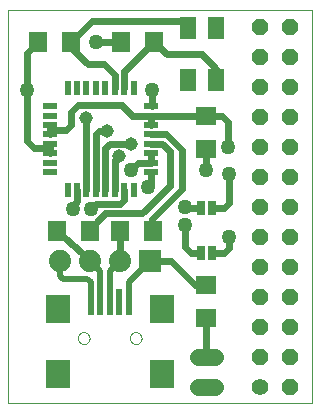
<source format=gtl>
G75*
G70*
%OFA0B0*%
%FSLAX24Y24*%
%IPPOS*%
%LPD*%
%AMOC8*
5,1,8,0,0,1.08239X$1,22.5*
%
%ADD10C,0.0000*%
%ADD11R,0.0500X0.0220*%
%ADD12R,0.0220X0.0500*%
%ADD13R,0.0551X0.0748*%
%ADD14R,0.0709X0.0630*%
%ADD15R,0.0630X0.0709*%
%ADD16R,0.0630X0.0710*%
%ADD17C,0.0560*%
%ADD18OC8,0.0560*%
%ADD19C,0.0560*%
%ADD20R,0.0250X0.0500*%
%ADD21R,0.0740X0.0740*%
%ADD22C,0.0740*%
%ADD23R,0.0787X0.0945*%
%ADD24R,0.0197X0.0909*%
%ADD25C,0.0220*%
%ADD26C,0.0500*%
%ADD27C,0.0240*%
%ADD28C,0.0200*%
%ADD29C,0.0160*%
%ADD30C,0.0100*%
%ADD31C,0.0450*%
D10*
X000180Y000180D02*
X000180Y013300D01*
X010322Y013300D01*
X010322Y000180D01*
X000180Y000180D01*
X002517Y002349D02*
X002519Y002376D01*
X002525Y002403D01*
X002534Y002429D01*
X002547Y002453D01*
X002563Y002476D01*
X002582Y002495D01*
X002604Y002512D01*
X002628Y002526D01*
X002653Y002536D01*
X002680Y002543D01*
X002707Y002546D01*
X002735Y002545D01*
X002762Y002540D01*
X002788Y002532D01*
X002812Y002520D01*
X002835Y002504D01*
X002856Y002486D01*
X002873Y002465D01*
X002888Y002441D01*
X002899Y002416D01*
X002907Y002390D01*
X002911Y002363D01*
X002911Y002335D01*
X002907Y002308D01*
X002899Y002282D01*
X002888Y002257D01*
X002873Y002233D01*
X002856Y002212D01*
X002835Y002194D01*
X002813Y002178D01*
X002788Y002166D01*
X002762Y002158D01*
X002735Y002153D01*
X002707Y002152D01*
X002680Y002155D01*
X002653Y002162D01*
X002628Y002172D01*
X002604Y002186D01*
X002582Y002203D01*
X002563Y002222D01*
X002547Y002245D01*
X002534Y002269D01*
X002525Y002295D01*
X002519Y002322D01*
X002517Y002349D01*
X004249Y002349D02*
X004251Y002376D01*
X004257Y002403D01*
X004266Y002429D01*
X004279Y002453D01*
X004295Y002476D01*
X004314Y002495D01*
X004336Y002512D01*
X004360Y002526D01*
X004385Y002536D01*
X004412Y002543D01*
X004439Y002546D01*
X004467Y002545D01*
X004494Y002540D01*
X004520Y002532D01*
X004544Y002520D01*
X004567Y002504D01*
X004588Y002486D01*
X004605Y002465D01*
X004620Y002441D01*
X004631Y002416D01*
X004639Y002390D01*
X004643Y002363D01*
X004643Y002335D01*
X004639Y002308D01*
X004631Y002282D01*
X004620Y002257D01*
X004605Y002233D01*
X004588Y002212D01*
X004567Y002194D01*
X004545Y002178D01*
X004520Y002166D01*
X004494Y002158D01*
X004467Y002153D01*
X004439Y002152D01*
X004412Y002155D01*
X004385Y002162D01*
X004360Y002172D01*
X004336Y002186D01*
X004314Y002203D01*
X004295Y002222D01*
X004279Y002245D01*
X004266Y002269D01*
X004257Y002295D01*
X004251Y002322D01*
X004249Y002349D01*
D11*
X004970Y007878D03*
X004970Y008193D03*
X004970Y008508D03*
X004970Y008823D03*
X004970Y009137D03*
X004970Y009452D03*
X004970Y009767D03*
X004970Y010082D03*
X001590Y010082D03*
X001590Y009767D03*
X001590Y009452D03*
X001590Y009137D03*
X001590Y008823D03*
X001590Y008508D03*
X001590Y008193D03*
X001590Y007878D03*
D12*
X002178Y007290D03*
X002493Y007290D03*
X002808Y007290D03*
X003123Y007290D03*
X003437Y007290D03*
X003752Y007290D03*
X004067Y007290D03*
X004382Y007290D03*
X004382Y010670D03*
X004067Y010670D03*
X003752Y010670D03*
X003437Y010670D03*
X003123Y010670D03*
X002808Y010670D03*
X002493Y010670D03*
X002178Y010670D03*
D13*
X006183Y010939D03*
X007127Y010939D03*
X007127Y012671D03*
X006183Y012671D03*
D14*
X006805Y009756D03*
X006805Y008654D03*
X006805Y004131D03*
X006805Y003029D03*
D15*
X005056Y012230D03*
X003954Y012230D03*
X002306Y012230D03*
X001204Y012230D03*
D16*
X001820Y005930D03*
X002940Y005930D03*
X003920Y005930D03*
X005040Y005930D03*
D17*
X008580Y000730D03*
D18*
X008580Y001730D03*
X008580Y002730D03*
X008580Y003730D03*
X008580Y004730D03*
X008580Y005730D03*
X008580Y006730D03*
X008580Y007730D03*
X008580Y008730D03*
X008580Y009730D03*
X008580Y010730D03*
X008580Y011730D03*
X008580Y012730D03*
X009580Y012730D03*
X009580Y011730D03*
X009580Y010730D03*
X009580Y009730D03*
X009580Y008730D03*
X009580Y007730D03*
X009580Y006730D03*
X009580Y005730D03*
X009580Y004730D03*
X009580Y003730D03*
X009580Y002730D03*
X009580Y001730D03*
X009580Y000730D03*
D19*
X007085Y000730D02*
X006525Y000730D01*
X006525Y001730D02*
X007085Y001730D01*
D20*
X006982Y005180D03*
X006628Y005180D03*
X006628Y006680D03*
X006982Y006680D03*
D21*
X004930Y004930D03*
D22*
X003930Y004930D03*
X002930Y004930D03*
X001930Y004930D03*
D23*
X001848Y003333D03*
X001848Y001168D03*
X005312Y001168D03*
X005312Y003333D03*
D24*
X004210Y003555D03*
X003895Y003555D03*
X003580Y003555D03*
X003265Y003555D03*
X002950Y003555D03*
D25*
X002955Y006668D02*
X003118Y006830D01*
X003930Y006830D01*
X004067Y006967D01*
X004067Y007290D01*
X003752Y007290D02*
X003752Y008277D01*
X003880Y008405D01*
X003580Y008830D02*
X004280Y008830D01*
X004530Y008193D02*
X004280Y007943D01*
X004530Y008193D02*
X004970Y008193D01*
X004970Y008508D01*
X004970Y008823D02*
X005337Y008823D01*
X005580Y008580D01*
X006005Y008605D02*
X005473Y009137D01*
X004970Y009137D01*
X004970Y009452D02*
X004970Y009767D01*
X006794Y009767D01*
X006805Y009756D01*
X004970Y009768D02*
X004970Y009767D01*
X004970Y009768D02*
X004318Y009768D01*
X003980Y010105D01*
X002530Y010105D01*
X002305Y009880D01*
X002305Y009455D01*
X002130Y009280D01*
X001733Y009280D01*
X001590Y009137D01*
X001590Y009452D01*
X001590Y008823D02*
X001590Y008520D01*
X001590Y008508D01*
X002496Y007296D02*
X002493Y007290D01*
X002496Y007296D02*
X002493Y006918D01*
X002343Y006768D01*
X002343Y006668D01*
X002808Y007290D02*
X002808Y009533D01*
X002805Y009680D01*
X003230Y009255D02*
X003123Y009148D01*
X003123Y007290D01*
X003437Y007290D02*
X003437Y008687D01*
X003580Y008830D01*
X003480Y009255D02*
X003230Y009255D01*
X003752Y010670D02*
X003752Y011102D01*
X003755Y011105D01*
X003380Y011480D01*
X002855Y011480D01*
X002306Y012029D01*
X004067Y011241D02*
X004067Y010670D01*
X004067Y011241D02*
X005056Y012230D01*
X004980Y010630D02*
X004980Y010082D01*
X004970Y007878D02*
X004955Y007863D01*
X004955Y007468D01*
X004868Y007380D01*
D26*
X004868Y007380D03*
X004280Y007943D03*
X002955Y006668D03*
X002343Y006668D03*
X000830Y010605D03*
X003130Y012230D03*
X004980Y010630D03*
X006805Y007955D03*
X007555Y007805D03*
X007530Y008730D03*
X006105Y006730D03*
X006105Y006105D03*
X007555Y005705D03*
D27*
X007555Y005355D01*
X007380Y005180D01*
X006982Y005180D01*
X006628Y005180D02*
X006305Y005180D01*
X006105Y005380D01*
X006105Y006105D01*
X006168Y006680D02*
X006628Y006680D01*
X006982Y006680D02*
X007380Y006680D01*
X007555Y006855D01*
X007555Y007805D01*
X006805Y007955D02*
X006805Y008654D01*
X007530Y008730D02*
X007530Y009555D01*
X007329Y009756D01*
X006805Y009756D01*
X006804Y009755D01*
X007127Y010939D02*
X007127Y011333D01*
X006655Y011805D01*
X005481Y011805D01*
X005056Y012230D01*
X006183Y012671D02*
X006183Y012902D01*
X006180Y012905D01*
X002981Y012905D01*
X002306Y012230D01*
X002306Y012029D01*
X003130Y012230D02*
X003954Y012230D01*
X001204Y012230D02*
X000830Y011856D01*
X000830Y010605D01*
X000830Y008905D01*
X001055Y008680D01*
X001430Y008680D01*
X001590Y008520D01*
X003430Y006505D02*
X003150Y006208D01*
X003030Y006080D01*
X003430Y006505D02*
X004655Y006505D01*
X005580Y007405D01*
X005580Y008580D01*
X006005Y008605D02*
X006005Y007305D01*
X005005Y006305D01*
X004980Y006140D01*
X005040Y005930D01*
X004930Y004930D02*
X005630Y004930D01*
X006429Y004131D01*
X006805Y004131D01*
X006805Y003029D02*
X006805Y001730D01*
X003930Y004930D02*
X003930Y006070D01*
X003920Y005930D01*
X002940Y004940D02*
X002930Y004930D01*
X002940Y004930D01*
X002940Y004940D02*
X001820Y005930D01*
X001930Y004930D02*
X001930Y004905D01*
X006105Y006730D02*
X006118Y006730D01*
X006168Y006680D01*
D28*
X004930Y004930D02*
X004210Y004210D01*
X004210Y003555D01*
X003580Y003555D02*
X003580Y004580D01*
X003930Y004930D01*
X003265Y004595D02*
X002930Y004930D01*
X003265Y004595D02*
X003265Y003555D01*
X002950Y003555D02*
X002950Y004210D01*
X002830Y004330D01*
X002030Y004330D01*
X001930Y004430D01*
X001930Y004930D01*
D29*
X004955Y008205D02*
X004970Y008220D01*
X004970Y008508D01*
X004970Y010082D02*
X004980Y010082D01*
D30*
X003150Y006208D02*
X003180Y006180D01*
X002940Y005930D01*
D31*
X003880Y008405D03*
X004280Y008830D03*
X003480Y009255D03*
X002805Y009680D03*
M02*

</source>
